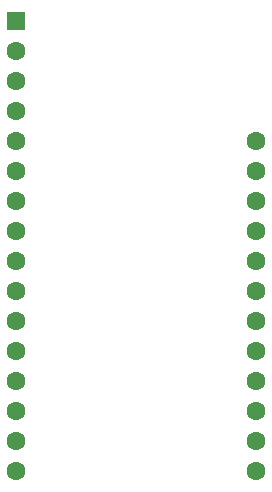
<source format=gbr>
%TF.GenerationSoftware,KiCad,Pcbnew,7.0.8*%
%TF.CreationDate,2024-08-15T13:25:32-04:00*%
%TF.ProjectId,R503toFeather,52353033-746f-4466-9561-746865722e6b,rev?*%
%TF.SameCoordinates,Original*%
%TF.FileFunction,Copper,L2,Bot*%
%TF.FilePolarity,Positive*%
%FSLAX46Y46*%
G04 Gerber Fmt 4.6, Leading zero omitted, Abs format (unit mm)*
G04 Created by KiCad (PCBNEW 7.0.8) date 2024-08-15 13:25:32*
%MOMM*%
%LPD*%
G01*
G04 APERTURE LIST*
%TA.AperFunction,ComponentPad*%
%ADD10R,1.600000X1.600000*%
%TD*%
%TA.AperFunction,ComponentPad*%
%ADD11C,1.600000*%
%TD*%
G04 APERTURE END LIST*
D10*
%TO.P,A1,1,~{RESET}*%
%TO.N,unconnected-(A1-~{RESET}-Pad1)*%
X15255000Y-20130000D03*
D11*
%TO.P,A1,2,3V3*%
%TO.N,VCC*%
X15255000Y-22670000D03*
%TO.P,A1,3,AREF*%
%TO.N,unconnected-(A1-AREF-Pad3)*%
X15255000Y-25210000D03*
%TO.P,A1,4,GND*%
%TO.N,GND*%
X15255000Y-27750000D03*
%TO.P,A1,5,A0*%
%TO.N,unconnected-(A1-A0-Pad5)*%
X15255000Y-30290000D03*
%TO.P,A1,6,A1*%
%TO.N,unconnected-(A1-A1-Pad6)*%
X15255000Y-32830000D03*
%TO.P,A1,7,A2*%
%TO.N,unconnected-(A1-A2-Pad7)*%
X15255000Y-35370000D03*
%TO.P,A1,8,A3*%
%TO.N,unconnected-(A1-A3-Pad8)*%
X15255000Y-37910000D03*
%TO.P,A1,9,A4*%
%TO.N,unconnected-(A1-A4-Pad9)*%
X15255000Y-40450000D03*
%TO.P,A1,10,A5*%
%TO.N,unconnected-(A1-A5-Pad10)*%
X15255000Y-42990000D03*
%TO.P,A1,11,SCK*%
%TO.N,unconnected-(A1-SCK-Pad11)*%
X15255000Y-45530000D03*
%TO.P,A1,12,MOSI*%
%TO.N,unconnected-(A1-MOSI-Pad12)*%
X15255000Y-48070000D03*
%TO.P,A1,13,MISO*%
%TO.N,unconnected-(A1-MISO-Pad13)*%
X15255000Y-50610000D03*
%TO.P,A1,14,RX*%
%TO.N,Net-(A1-RX)*%
X15255000Y-53150000D03*
%TO.P,A1,15,TX*%
%TO.N,Net-(A1-TX)*%
X15255000Y-55690000D03*
%TO.P,A1,16,SPARE*%
%TO.N,Net-(A1-SPARE)*%
X15255000Y-58230000D03*
%TO.P,A1,17,SDA*%
%TO.N,unconnected-(A1-SDA-Pad17)*%
X35575000Y-58230000D03*
%TO.P,A1,18,SCL*%
%TO.N,unconnected-(A1-SCL-Pad18)*%
X35575000Y-55690000D03*
%TO.P,A1,19,D0*%
%TO.N,unconnected-(A1-D0-Pad19)*%
X35575000Y-53150000D03*
%TO.P,A1,20,D1*%
%TO.N,unconnected-(A1-D1-Pad20)*%
X35575000Y-50610000D03*
%TO.P,A1,21,D2*%
%TO.N,unconnected-(A1-D2-Pad21)*%
X35575000Y-48070000D03*
%TO.P,A1,22,D3*%
%TO.N,unconnected-(A1-D3-Pad22)*%
X35575000Y-45530000D03*
%TO.P,A1,23,D4*%
%TO.N,unconnected-(A1-D4-Pad23)*%
X35575000Y-42990000D03*
%TO.P,A1,24,D5*%
%TO.N,unconnected-(A1-D5-Pad24)*%
X35575000Y-40450000D03*
%TO.P,A1,25,D6*%
%TO.N,unconnected-(A1-D6-Pad25)*%
X35575000Y-37910000D03*
%TO.P,A1,26,USB*%
%TO.N,unconnected-(A1-USB-Pad26)*%
X35575000Y-35370000D03*
%TO.P,A1,27,EN*%
%TO.N,unconnected-(A1-EN-Pad27)*%
X35575000Y-32830000D03*
%TO.P,A1,28,VBAT*%
%TO.N,unconnected-(A1-VBAT-Pad28)*%
X35575000Y-30290000D03*
%TD*%
M02*

</source>
